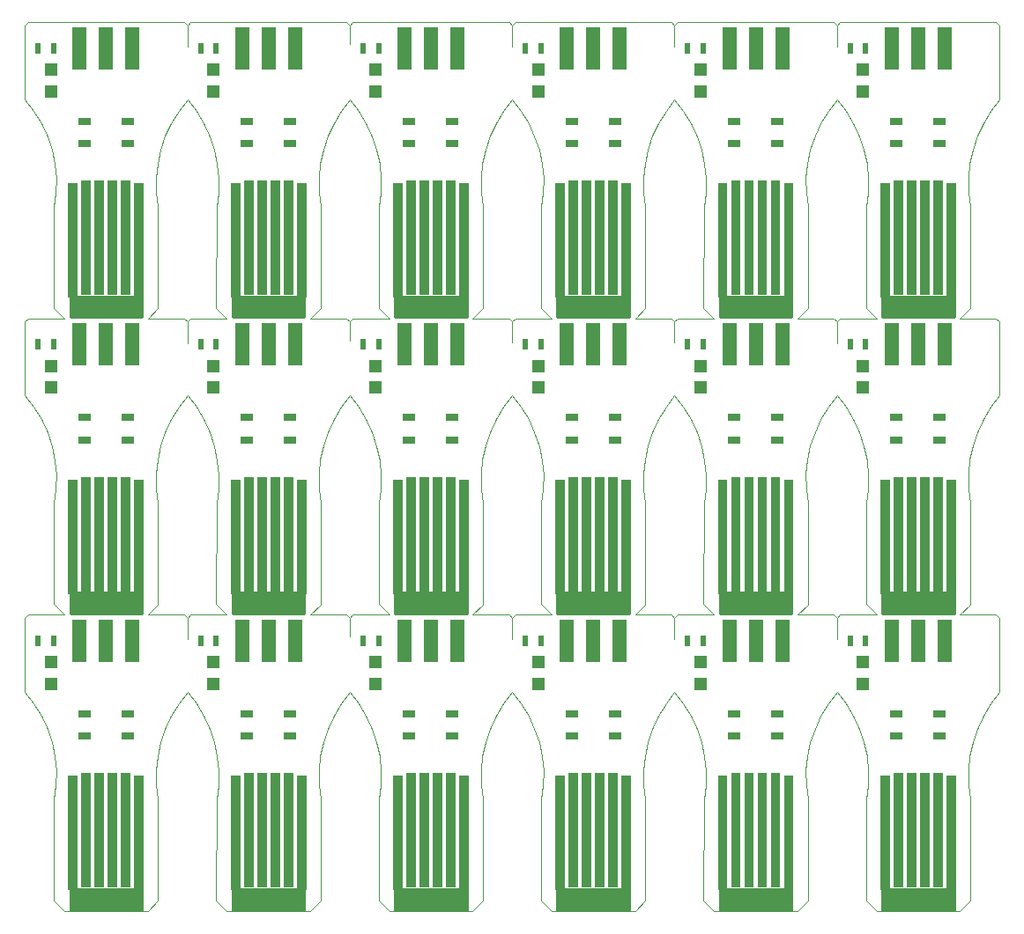
<source format=gbr>
%TF.GenerationSoftware,KiCad,Pcbnew,5.1.6-c6e7f7d~86~ubuntu18.04.1*%
%TF.CreationDate,2020-06-11T11:49:16+02:00*%
%TF.ProjectId,AVR_ISP_With_POGO_Pin_panelized,4156525f-4953-4505-9f57-6974685f504f,rev?*%
%TF.SameCoordinates,Original*%
%TF.FileFunction,Soldermask,Top*%
%TF.FilePolarity,Negative*%
%FSLAX46Y46*%
G04 Gerber Fmt 4.6, Leading zero omitted, Abs format (unit mm)*
G04 Created by KiCad (PCBNEW 5.1.6-c6e7f7d~86~ubuntu18.04.1) date 2020-06-11 11:49:16*
%MOMM*%
%LPD*%
G01*
G04 APERTURE LIST*
%TA.AperFunction,Profile*%
%ADD10C,0.100000*%
%TD*%
%ADD11R,0.304800X11.000000*%
%ADD12R,0.404800X11.100000*%
%ADD13R,1.400000X4.100000*%
%ADD14R,1.150000X0.750000*%
%ADD15R,0.600000X1.000000*%
%ADD16R,1.298880X1.298880*%
%ADD17C,0.254000*%
G04 APERTURE END LIST*
D10*
X65601000Y-78789900D02*
X65601800Y-80846800D01*
X65300500Y-78499200D02*
X65601000Y-78789900D01*
X61802400Y-78499000D02*
X65300500Y-78499200D01*
X62801000Y-77500100D02*
X61802400Y-78499000D01*
X62801000Y-67700000D02*
X62801000Y-77500100D01*
X62632800Y-66331600D02*
X62801000Y-67700000D01*
X62617000Y-64953100D02*
X62632800Y-66331600D01*
X62753800Y-63581400D02*
X62617000Y-64953100D01*
X63041500Y-62233100D02*
X62753800Y-63581400D01*
X63476400Y-60925000D02*
X63041500Y-62233100D01*
X64053500Y-59673000D02*
X63476400Y-60925000D01*
X64765400Y-58492600D02*
X64053500Y-59673000D01*
X65601800Y-57400300D02*
X64765400Y-58492600D01*
X66446300Y-58498900D02*
X65601800Y-57400300D01*
X67162800Y-59684300D02*
X66446300Y-58498900D01*
X67742800Y-60942300D02*
X67162800Y-59684300D01*
X68178900Y-62257000D02*
X67742800Y-60942300D01*
X68465800Y-63612200D02*
X68178900Y-62257000D01*
X68599800Y-64990900D02*
X68465800Y-63612200D01*
X68579300Y-66376000D02*
X68599800Y-64990900D01*
X68404500Y-67750300D02*
X68579300Y-66376000D01*
X68381800Y-77480100D02*
X68404500Y-67750300D01*
X69400400Y-78499000D02*
X68381800Y-77480100D01*
X65902200Y-78499200D02*
X69400400Y-78499000D01*
X65601800Y-78799900D02*
X65902200Y-78499200D01*
X65601800Y-80846800D02*
X65601800Y-78799900D01*
X81203800Y-78789900D02*
X81204500Y-80606800D01*
X80903300Y-78499100D02*
X81203800Y-78789900D01*
X77405200Y-78499000D02*
X80903300Y-78499100D01*
X78403800Y-77500100D02*
X77405200Y-78499000D01*
X78403800Y-67700000D02*
X78403800Y-77500100D01*
X78235600Y-66331600D02*
X78403800Y-67700000D01*
X78219800Y-64953100D02*
X78235600Y-66331600D01*
X78356600Y-63581400D02*
X78219800Y-64953100D01*
X78644200Y-62233100D02*
X78356600Y-63581400D01*
X79079200Y-60925000D02*
X78644200Y-62233100D01*
X79656200Y-59673000D02*
X79079200Y-60925000D01*
X80368200Y-58492600D02*
X79656200Y-59673000D01*
X81204600Y-57400300D02*
X80368200Y-58492600D01*
X82049000Y-58498900D02*
X81204600Y-57400300D01*
X82765600Y-59684300D02*
X82049000Y-58498900D01*
X83345600Y-60942300D02*
X82765600Y-59684300D01*
X83781700Y-62257000D02*
X83345600Y-60942300D01*
X84068600Y-63612200D02*
X83781700Y-62257000D01*
X84202600Y-64990900D02*
X84068600Y-63612200D01*
X84182100Y-66376000D02*
X84202600Y-64990900D01*
X84007300Y-67750300D02*
X84182100Y-66376000D01*
X83984500Y-77480100D02*
X84007300Y-67750300D01*
X85003100Y-78499000D02*
X83984500Y-77480100D01*
X81505000Y-78499100D02*
X85003100Y-78499000D01*
X81204500Y-78799900D02*
X81505000Y-78499100D01*
X81204500Y-80606800D02*
X81204500Y-78799900D01*
X96806500Y-78789900D02*
X96807300Y-80811700D01*
X96506000Y-78499200D02*
X96806500Y-78789900D01*
X93007900Y-78499000D02*
X96506000Y-78499200D01*
X94006500Y-77500100D02*
X93007900Y-78499000D01*
X94006500Y-67700000D02*
X94006500Y-77500100D01*
X93838400Y-66331600D02*
X94006500Y-67700000D01*
X93822600Y-64953100D02*
X93838400Y-66331600D01*
X93959400Y-63581400D02*
X93822600Y-64953100D01*
X94247000Y-62233100D02*
X93959400Y-63581400D01*
X94682000Y-60925000D02*
X94247000Y-62233100D01*
X95259000Y-59673000D02*
X94682000Y-60925000D01*
X95970900Y-58492600D02*
X95259000Y-59673000D01*
X96807300Y-57400300D02*
X95970900Y-58492600D01*
X97651800Y-58498900D02*
X96807300Y-57400300D01*
X98368400Y-59684300D02*
X97651800Y-58498900D01*
X98948300Y-60942300D02*
X98368400Y-59684300D01*
X99384500Y-62257000D02*
X98948300Y-60942300D01*
X99671300Y-63612200D02*
X99384500Y-62257000D01*
X99805300Y-64990900D02*
X99671300Y-63612200D01*
X99784800Y-66376000D02*
X99805300Y-64990900D01*
X99610000Y-67750300D02*
X99784800Y-66376000D01*
X99587300Y-77480100D02*
X99610000Y-67750300D01*
X100605900Y-78499000D02*
X99587300Y-77480100D01*
X97107700Y-78499200D02*
X100605900Y-78499000D01*
X96807300Y-78799900D02*
X97107700Y-78499200D01*
X96807300Y-80811700D02*
X96807300Y-78799900D01*
X112409300Y-78789900D02*
X112410100Y-80830600D01*
X112108800Y-78499200D02*
X112409300Y-78789900D01*
X108610700Y-78499000D02*
X112108800Y-78499200D01*
X109609300Y-77500100D02*
X108610700Y-78499000D01*
X109609300Y-67700000D02*
X109609300Y-77500100D01*
X109441200Y-66331600D02*
X109609300Y-67700000D01*
X109425400Y-64953100D02*
X109441200Y-66331600D01*
X109562100Y-63581400D02*
X109425400Y-64953100D01*
X109849800Y-62233100D02*
X109562100Y-63581400D01*
X110284800Y-60925000D02*
X109849800Y-62233100D01*
X110861800Y-59673000D02*
X110284800Y-60925000D01*
X111573700Y-58492600D02*
X110861800Y-59673000D01*
X112410100Y-57400300D02*
X111573700Y-58492600D01*
X113254600Y-58498900D02*
X112410100Y-57400300D01*
X113971200Y-59684300D02*
X113254600Y-58498900D01*
X114551100Y-60942300D02*
X113971200Y-59684300D01*
X114987300Y-62257000D02*
X114551100Y-60942300D01*
X115274100Y-63612200D02*
X114987300Y-62257000D01*
X115408100Y-64990900D02*
X115274100Y-63612200D01*
X115387600Y-66376000D02*
X115408100Y-64990900D01*
X115212800Y-67750300D02*
X115387600Y-66376000D01*
X115190100Y-77480100D02*
X115212800Y-67750300D01*
X116208700Y-78499000D02*
X115190100Y-77480100D01*
X112710500Y-78499200D02*
X116208700Y-78499000D01*
X112410100Y-78799900D02*
X112710500Y-78499200D01*
X112410100Y-80830600D02*
X112410100Y-78799900D01*
X128012100Y-78789900D02*
X128012900Y-80849800D01*
X127711600Y-78499200D02*
X128012100Y-78789900D01*
X124213500Y-78499000D02*
X127711600Y-78499200D01*
X125212100Y-77500100D02*
X124213500Y-78499000D01*
X125212100Y-67700000D02*
X125212100Y-77500100D01*
X125043900Y-66331600D02*
X125212100Y-67700000D01*
X125028100Y-64953100D02*
X125043900Y-66331600D01*
X125164900Y-63581400D02*
X125028100Y-64953100D01*
X125452500Y-62233100D02*
X125164900Y-63581400D01*
X125887500Y-60925000D02*
X125452500Y-62233100D01*
X126464500Y-59673000D02*
X125887500Y-60925000D01*
X127176500Y-58492600D02*
X126464500Y-59673000D01*
X128012900Y-57400300D02*
X127176500Y-58492600D01*
X128857400Y-58498900D02*
X128012900Y-57400300D01*
X129573900Y-59684300D02*
X128857400Y-58498900D01*
X130153900Y-60942300D02*
X129573900Y-59684300D01*
X130590000Y-62257000D02*
X130153900Y-60942300D01*
X130876900Y-63612200D02*
X130590000Y-62257000D01*
X131010900Y-64990900D02*
X130876900Y-63612200D01*
X130990400Y-66376000D02*
X131010900Y-64990900D01*
X130815600Y-67750300D02*
X130990400Y-66376000D01*
X130792900Y-77480100D02*
X130815600Y-67750300D01*
X131811500Y-78499000D02*
X130792900Y-77480100D01*
X128313300Y-78499200D02*
X131811500Y-78499000D01*
X128012900Y-78799900D02*
X128313300Y-78499200D01*
X128012900Y-80849800D02*
X128012900Y-78799900D01*
X65601000Y-107289900D02*
X65601800Y-109346900D01*
X65300500Y-106999200D02*
X65601000Y-107289900D01*
X61802400Y-106999000D02*
X65300500Y-106999200D01*
X62801000Y-106000100D02*
X61802400Y-106999000D01*
X62801000Y-96200000D02*
X62801000Y-106000100D01*
X62632800Y-94831600D02*
X62801000Y-96200000D01*
X62617000Y-93453100D02*
X62632800Y-94831600D01*
X62753800Y-92081400D02*
X62617000Y-93453100D01*
X63041500Y-90733200D02*
X62753800Y-92081400D01*
X63476400Y-89425000D02*
X63041500Y-90733200D01*
X64053500Y-88173100D02*
X63476400Y-89425000D01*
X64765400Y-86992600D02*
X64053500Y-88173100D01*
X65601800Y-85900300D02*
X64765400Y-86992600D01*
X66446300Y-86998900D02*
X65601800Y-85900300D01*
X67162800Y-88184300D02*
X66446300Y-86998900D01*
X67742800Y-89442300D02*
X67162800Y-88184300D01*
X68178900Y-90757000D02*
X67742800Y-89442300D01*
X68465800Y-92112200D02*
X68178900Y-90757000D01*
X68599800Y-93490900D02*
X68465800Y-92112200D01*
X68579300Y-94876000D02*
X68599800Y-93490900D01*
X68404500Y-96250300D02*
X68579300Y-94876000D01*
X68381800Y-105980100D02*
X68404500Y-96250300D01*
X69400400Y-106999000D02*
X68381800Y-105980100D01*
X65902200Y-106999200D02*
X69400400Y-106999000D01*
X65601800Y-107299900D02*
X65902200Y-106999200D01*
X65601800Y-109346900D02*
X65601800Y-107299900D01*
X81203800Y-107289900D02*
X81204500Y-109106800D01*
X80903300Y-106999100D02*
X81203800Y-107289900D01*
X77405200Y-106999000D02*
X80903300Y-106999100D01*
X78403800Y-106000100D02*
X77405200Y-106999000D01*
X78403800Y-96200000D02*
X78403800Y-106000100D01*
X78235600Y-94831600D02*
X78403800Y-96200000D01*
X78219800Y-93453100D02*
X78235600Y-94831600D01*
X78356600Y-92081400D02*
X78219800Y-93453100D01*
X78644200Y-90733200D02*
X78356600Y-92081400D01*
X79079200Y-89425000D02*
X78644200Y-90733200D01*
X79656200Y-88173100D02*
X79079200Y-89425000D01*
X80368200Y-86992600D02*
X79656200Y-88173100D01*
X81204600Y-85900300D02*
X80368200Y-86992600D01*
X82049000Y-86998900D02*
X81204600Y-85900300D01*
X82765600Y-88184300D02*
X82049000Y-86998900D01*
X83345600Y-89442300D02*
X82765600Y-88184300D01*
X83781700Y-90757000D02*
X83345600Y-89442300D01*
X84068600Y-92112200D02*
X83781700Y-90757000D01*
X84202600Y-93490900D02*
X84068600Y-92112200D01*
X84182100Y-94876000D02*
X84202600Y-93490900D01*
X84007300Y-96250300D02*
X84182100Y-94876000D01*
X83984500Y-105980100D02*
X84007300Y-96250300D01*
X85003100Y-106999000D02*
X83984500Y-105980100D01*
X81505000Y-106999100D02*
X85003100Y-106999000D01*
X81204500Y-107299900D02*
X81505000Y-106999100D01*
X81204500Y-109106800D02*
X81204500Y-107299900D01*
X96806500Y-107289900D02*
X96807300Y-109311700D01*
X96506000Y-106999200D02*
X96806500Y-107289900D01*
X93007900Y-106999000D02*
X96506000Y-106999200D01*
X94006500Y-106000100D02*
X93007900Y-106999000D01*
X94006500Y-96200000D02*
X94006500Y-106000100D01*
X93838400Y-94831600D02*
X94006500Y-96200000D01*
X93822600Y-93453100D02*
X93838400Y-94831600D01*
X93959400Y-92081400D02*
X93822600Y-93453100D01*
X94247000Y-90733200D02*
X93959400Y-92081400D01*
X94682000Y-89425000D02*
X94247000Y-90733200D01*
X95259000Y-88173100D02*
X94682000Y-89425000D01*
X95970900Y-86992600D02*
X95259000Y-88173100D01*
X96807400Y-85900300D02*
X95970900Y-86992600D01*
X97651800Y-86998900D02*
X96807400Y-85900300D01*
X98368400Y-88184300D02*
X97651800Y-86998900D01*
X98948300Y-89442300D02*
X98368400Y-88184300D01*
X99384500Y-90757000D02*
X98948300Y-89442300D01*
X99671300Y-92112200D02*
X99384500Y-90757000D01*
X99805300Y-93490900D02*
X99671300Y-92112200D01*
X99784800Y-94876000D02*
X99805300Y-93490900D01*
X99610000Y-96250300D02*
X99784800Y-94876000D01*
X99587300Y-105980100D02*
X99610000Y-96250300D01*
X100605900Y-106999000D02*
X99587300Y-105980100D01*
X97107700Y-106999200D02*
X100605900Y-106999000D01*
X96807300Y-107299900D02*
X97107700Y-106999200D01*
X96807300Y-109311700D02*
X96807300Y-107299900D01*
X112409300Y-107289900D02*
X112410100Y-109330600D01*
X112108800Y-106999200D02*
X112409300Y-107289900D01*
X108610700Y-106999000D02*
X112108800Y-106999200D01*
X109609300Y-106000100D02*
X108610700Y-106999000D01*
X109609300Y-96200000D02*
X109609300Y-106000100D01*
X109441200Y-94831600D02*
X109609300Y-96200000D01*
X109425400Y-93453100D02*
X109441200Y-94831600D01*
X109562100Y-92081400D02*
X109425400Y-93453100D01*
X109849800Y-90733200D02*
X109562100Y-92081400D01*
X110284800Y-89425000D02*
X109849800Y-90733200D01*
X110861800Y-88173100D02*
X110284800Y-89425000D01*
X111573700Y-86992600D02*
X110861800Y-88173100D01*
X112410100Y-85900300D02*
X111573700Y-86992600D01*
X113254600Y-86998900D02*
X112410100Y-85900300D01*
X113971200Y-88184300D02*
X113254600Y-86998900D01*
X114551100Y-89442300D02*
X113971200Y-88184300D01*
X114987300Y-90757000D02*
X114551100Y-89442300D01*
X115274100Y-92112200D02*
X114987300Y-90757000D01*
X115408100Y-93490900D02*
X115274100Y-92112200D01*
X115387600Y-94876000D02*
X115408100Y-93490900D01*
X115212800Y-96250300D02*
X115387600Y-94876000D01*
X115190100Y-105980100D02*
X115212800Y-96250300D01*
X116208700Y-106999000D02*
X115190100Y-105980100D01*
X112710500Y-106999200D02*
X116208700Y-106999000D01*
X112410100Y-107299900D02*
X112710500Y-106999200D01*
X112410100Y-109330600D02*
X112410100Y-107299900D01*
X128012100Y-107289900D02*
X128012900Y-109349800D01*
X127711600Y-106999200D02*
X128012100Y-107289900D01*
X124213500Y-106999000D02*
X127711600Y-106999200D01*
X125212100Y-106000100D02*
X124213500Y-106999000D01*
X125212100Y-96200000D02*
X125212100Y-106000100D01*
X125043900Y-94831600D02*
X125212100Y-96200000D01*
X125028100Y-93453100D02*
X125043900Y-94831600D01*
X125164900Y-92081400D02*
X125028100Y-93453100D01*
X125452500Y-90733200D02*
X125164900Y-92081400D01*
X125887500Y-89425000D02*
X125452500Y-90733200D01*
X126464500Y-88173100D02*
X125887500Y-89425000D01*
X127176500Y-86992600D02*
X126464500Y-88173100D01*
X128012900Y-85900300D02*
X127176500Y-86992600D01*
X128857400Y-86998900D02*
X128012900Y-85900300D01*
X129573900Y-88184300D02*
X128857400Y-86998900D01*
X130153900Y-89442300D02*
X129573900Y-88184300D01*
X130590000Y-90757000D02*
X130153900Y-89442300D01*
X130876900Y-92112200D02*
X130590000Y-90757000D01*
X131010900Y-93490900D02*
X130876900Y-92112200D01*
X130990400Y-94876000D02*
X131010900Y-93490900D01*
X130815600Y-96250300D02*
X130990400Y-94876000D01*
X130792900Y-105980100D02*
X130815600Y-96250300D01*
X131811500Y-106999000D02*
X130792900Y-105980100D01*
X128313300Y-106999200D02*
X131811500Y-106999000D01*
X128012900Y-107299900D02*
X128313300Y-106999200D01*
X128012900Y-109349800D02*
X128012900Y-107299900D01*
X140814900Y-106000100D02*
X139816300Y-106999000D01*
X140814900Y-96200000D02*
X140814900Y-106000100D01*
X140646700Y-94831600D02*
X140814900Y-96200000D01*
X140630900Y-93453100D02*
X140646700Y-94831600D01*
X140767700Y-92081400D02*
X140630900Y-93453100D01*
X141055300Y-90733200D02*
X140767700Y-92081400D01*
X141490300Y-89425000D02*
X141055300Y-90733200D01*
X142067300Y-88173100D02*
X141490300Y-89425000D01*
X142779300Y-86992600D02*
X142067300Y-88173100D01*
X143617600Y-85897500D02*
X142779300Y-86992600D01*
X143614800Y-78789500D02*
X143617600Y-85897500D01*
X143314000Y-78499000D02*
X143614800Y-78789500D01*
X139816300Y-78499000D02*
X143314000Y-78499000D01*
X140814900Y-77500100D02*
X139816300Y-78499000D01*
X140814900Y-67700000D02*
X140814900Y-77500100D01*
X140646700Y-66331600D02*
X140814900Y-67700000D01*
X140630900Y-64953100D02*
X140646700Y-66331600D01*
X140767700Y-63581400D02*
X140630900Y-64953100D01*
X141055300Y-62233100D02*
X140767700Y-63581400D01*
X141490300Y-60925000D02*
X141055300Y-62233100D01*
X142067300Y-59673000D02*
X141490300Y-60925000D01*
X142779300Y-58492600D02*
X142067300Y-59673000D01*
X143617600Y-57397500D02*
X142779300Y-58492600D01*
X143614900Y-50290000D02*
X143617600Y-57397500D01*
X143314400Y-49999200D02*
X143614900Y-50290000D01*
X128313700Y-49999000D02*
X143314400Y-49999200D01*
X128012900Y-50299900D02*
X128313700Y-49999000D01*
X128012900Y-52349800D02*
X128012900Y-50299900D01*
X128012100Y-50289900D02*
X128012900Y-52349800D01*
X127711100Y-49999000D02*
X128012100Y-50289900D01*
X112710900Y-49999000D02*
X127711100Y-49999000D01*
X112410100Y-50299900D02*
X112710900Y-49999000D01*
X112410100Y-52330600D02*
X112410100Y-50299900D01*
X112409300Y-50289900D02*
X112410100Y-52330600D01*
X112108300Y-49999000D02*
X112409300Y-50289900D01*
X97108100Y-49999000D02*
X112108300Y-49999000D01*
X96807300Y-50299900D02*
X97108100Y-49999000D01*
X96807300Y-52311700D02*
X96807300Y-50299900D01*
X96806500Y-50289900D02*
X96807300Y-52311700D01*
X96505500Y-49999000D02*
X96806500Y-50289900D01*
X81505400Y-49999000D02*
X96505500Y-49999000D01*
X81204500Y-50299900D02*
X81505400Y-49999000D01*
X81204500Y-52106800D02*
X81204500Y-50299900D01*
X81203800Y-50289900D02*
X81204500Y-52106800D01*
X80902900Y-49999000D02*
X81203800Y-50289900D01*
X65902700Y-49999000D02*
X80902900Y-49999000D01*
X65601800Y-50299900D02*
X65902700Y-49999000D01*
X65601800Y-52346800D02*
X65601800Y-50299900D01*
X65601000Y-50289900D02*
X65601800Y-52346800D01*
X65300100Y-49999000D02*
X65601000Y-50289900D01*
X50300000Y-49999000D02*
X65300100Y-49999000D01*
X49999200Y-50299400D02*
X50300000Y-49999000D01*
X49999000Y-57400200D02*
X49999200Y-50299400D01*
X50843500Y-58498900D02*
X49999000Y-57400200D01*
X51560100Y-59684300D02*
X50843500Y-58498900D01*
X52140000Y-60942300D02*
X51560100Y-59684300D01*
X52576200Y-62257000D02*
X52140000Y-60942300D01*
X52863000Y-63612200D02*
X52576200Y-62257000D01*
X52997000Y-64990900D02*
X52863000Y-63612200D01*
X52976500Y-66376000D02*
X52997000Y-64990900D01*
X52801700Y-67750300D02*
X52976500Y-66376000D01*
X52779000Y-77480100D02*
X52801700Y-67750300D01*
X53797600Y-78499000D02*
X52779000Y-77480100D01*
X50299900Y-78499000D02*
X53797600Y-78499000D01*
X49999100Y-78799500D02*
X50299900Y-78499000D01*
X49999000Y-85900100D02*
X49999100Y-78799500D01*
X50843500Y-86998900D02*
X49999000Y-85900100D01*
X51560100Y-88184300D02*
X50843500Y-86998900D01*
X52140000Y-89442300D02*
X51560100Y-88184300D01*
X52576200Y-90757000D02*
X52140000Y-89442300D01*
X52863000Y-92112200D02*
X52576200Y-90757000D01*
X52997000Y-93490900D02*
X52863000Y-92112200D01*
X52976500Y-94876000D02*
X52997000Y-93490900D01*
X52801700Y-96250300D02*
X52976500Y-94876000D01*
X52779000Y-105980100D02*
X52801700Y-96250300D01*
X53797600Y-106999000D02*
X52779000Y-105980100D01*
X50299900Y-106999000D02*
X53797600Y-106999000D01*
X49999100Y-107299500D02*
X50299900Y-106999000D01*
X49999000Y-114400000D02*
X49999100Y-107299500D01*
X50843500Y-115498900D02*
X49999000Y-114400000D01*
X51560100Y-116684300D02*
X50843500Y-115498900D01*
X52140000Y-117942300D02*
X51560100Y-116684300D01*
X52576200Y-119257100D02*
X52140000Y-117942300D01*
X52863000Y-120612200D02*
X52576200Y-119257100D01*
X52997000Y-121990900D02*
X52863000Y-120612200D01*
X52976500Y-123376000D02*
X52997000Y-121990900D01*
X52801700Y-124750300D02*
X52976500Y-123376000D01*
X52779000Y-134480100D02*
X52801700Y-124750300D01*
X53799400Y-135500800D02*
X52779000Y-134480100D01*
X61800100Y-135501000D02*
X53799400Y-135500800D01*
X62800900Y-134500500D02*
X61800100Y-135501000D01*
X62801000Y-124700000D02*
X62800900Y-134500500D01*
X62632800Y-123331600D02*
X62801000Y-124700000D01*
X62617000Y-121953100D02*
X62632800Y-123331600D01*
X62753800Y-120581400D02*
X62617000Y-121953100D01*
X63041500Y-119233200D02*
X62753800Y-120581400D01*
X63476400Y-117925000D02*
X63041500Y-119233200D01*
X64053500Y-116673100D02*
X63476400Y-117925000D01*
X64765400Y-115492600D02*
X64053500Y-116673100D01*
X65601800Y-114400300D02*
X64765400Y-115492600D01*
X66446300Y-115498900D02*
X65601800Y-114400300D01*
X67162800Y-116684300D02*
X66446300Y-115498900D01*
X67742800Y-117942300D02*
X67162800Y-116684300D01*
X68178900Y-119257100D02*
X67742800Y-117942300D01*
X68465800Y-120612200D02*
X68178900Y-119257100D01*
X68599800Y-121990900D02*
X68465800Y-120612200D01*
X68579300Y-123376000D02*
X68599800Y-121990900D01*
X68404500Y-124750300D02*
X68579300Y-123376000D01*
X68381800Y-134480100D02*
X68404500Y-124750300D01*
X69402200Y-135500800D02*
X68381800Y-134480100D01*
X77402900Y-135501000D02*
X69402200Y-135500800D01*
X78403700Y-134500500D02*
X77402900Y-135501000D01*
X78403800Y-124700000D02*
X78403700Y-134500500D01*
X78235600Y-123331600D02*
X78403800Y-124700000D01*
X78219800Y-121953100D02*
X78235600Y-123331600D01*
X78356600Y-120581400D02*
X78219800Y-121953100D01*
X78644200Y-119233200D02*
X78356600Y-120581400D01*
X79079200Y-117925000D02*
X78644200Y-119233200D01*
X79656200Y-116673100D02*
X79079200Y-117925000D01*
X80368200Y-115492600D02*
X79656200Y-116673100D01*
X81204600Y-114400300D02*
X80368200Y-115492600D01*
X82049000Y-115498900D02*
X81204600Y-114400300D01*
X82765600Y-116684300D02*
X82049000Y-115498900D01*
X83345600Y-117942300D02*
X82765600Y-116684300D01*
X83781700Y-119257100D02*
X83345600Y-117942300D01*
X84068600Y-120612200D02*
X83781700Y-119257100D01*
X84202600Y-121990900D02*
X84068600Y-120612200D01*
X84182100Y-123376000D02*
X84202600Y-121990900D01*
X84007300Y-124750300D02*
X84182100Y-123376000D01*
X83984600Y-134480500D02*
X84007300Y-124750300D01*
X85005400Y-135501000D02*
X83984600Y-134480500D01*
X93006000Y-135500900D02*
X85005400Y-135501000D01*
X94006500Y-134500100D02*
X93006000Y-135500900D01*
X94006500Y-124700000D02*
X94006500Y-134500100D01*
X93838400Y-123331600D02*
X94006500Y-124700000D01*
X93822600Y-121953100D02*
X93838400Y-123331600D01*
X93959400Y-120581400D02*
X93822600Y-121953100D01*
X94247000Y-119233200D02*
X93959400Y-120581400D01*
X94682000Y-117925000D02*
X94247000Y-119233200D01*
X95259000Y-116673100D02*
X94682000Y-117925000D01*
X95970900Y-115492600D02*
X95259000Y-116673100D01*
X96807400Y-114400300D02*
X95970900Y-115492600D01*
X97651800Y-115498900D02*
X96807400Y-114400300D01*
X98368400Y-116684300D02*
X97651800Y-115498900D01*
X98948300Y-117942300D02*
X98368400Y-116684300D01*
X99384500Y-119257100D02*
X98948300Y-117942300D01*
X99671300Y-120612200D02*
X99384500Y-119257100D01*
X99805300Y-121990900D02*
X99671300Y-120612200D01*
X99784800Y-123376000D02*
X99805300Y-121990900D01*
X99610000Y-124750300D02*
X99784800Y-123376000D01*
X99587400Y-134480500D02*
X99610000Y-124750300D01*
X100608200Y-135501000D02*
X99587400Y-134480500D01*
X108608700Y-135500900D02*
X100608200Y-135501000D01*
X109609300Y-134500100D02*
X108608700Y-135500900D01*
X109609300Y-124700000D02*
X109609300Y-134500100D01*
X109441200Y-123331600D02*
X109609300Y-124700000D01*
X109425400Y-121953100D02*
X109441200Y-123331600D01*
X109562100Y-120581400D02*
X109425400Y-121953100D01*
X109849800Y-119233200D02*
X109562100Y-120581400D01*
X110284800Y-117925000D02*
X109849800Y-119233200D01*
X110861800Y-116673100D02*
X110284800Y-117925000D01*
X111573700Y-115492600D02*
X110861800Y-116673100D01*
X112410100Y-114400300D02*
X111573700Y-115492600D01*
X113254600Y-115498900D02*
X112410100Y-114400300D01*
X113971200Y-116684300D02*
X113254600Y-115498900D01*
X114551100Y-117942300D02*
X113971200Y-116684300D01*
X114987300Y-119257100D02*
X114551100Y-117942300D01*
X115274100Y-120612200D02*
X114987300Y-119257100D01*
X115408100Y-121990900D02*
X115274100Y-120612200D01*
X115387600Y-123376000D02*
X115408100Y-121990900D01*
X115212800Y-124750300D02*
X115387600Y-123376000D01*
X115190200Y-134480500D02*
X115212800Y-124750300D01*
X116211000Y-135501000D02*
X115190200Y-134480500D01*
X124211400Y-135501000D02*
X116211000Y-135501000D01*
X125212100Y-134500100D02*
X124211400Y-135501000D01*
X125212100Y-124700000D02*
X125212100Y-134500100D01*
X125043900Y-123331600D02*
X125212100Y-124700000D01*
X125028100Y-121953100D02*
X125043900Y-123331600D01*
X125164900Y-120581400D02*
X125028100Y-121953100D01*
X125452500Y-119233200D02*
X125164900Y-120581400D01*
X125887500Y-117925000D02*
X125452500Y-119233200D01*
X126464500Y-116673100D02*
X125887500Y-117925000D01*
X127176500Y-115492600D02*
X126464500Y-116673100D01*
X128012900Y-114400300D02*
X127176500Y-115492600D01*
X128857400Y-115498900D02*
X128012900Y-114400300D01*
X129573900Y-116684300D02*
X128857400Y-115498900D01*
X130153900Y-117942300D02*
X129573900Y-116684300D01*
X130590000Y-119257100D02*
X130153900Y-117942300D01*
X130876900Y-120612200D02*
X130590000Y-119257100D01*
X131010900Y-121990900D02*
X130876900Y-120612200D01*
X130990400Y-123376000D02*
X131010900Y-121990900D01*
X130815600Y-124750300D02*
X130990400Y-123376000D01*
X130793000Y-134480500D02*
X130815600Y-124750300D01*
X131813800Y-135501000D02*
X130793000Y-134480500D01*
X139814200Y-135501000D02*
X131813800Y-135501000D01*
X140814900Y-134500100D02*
X139814200Y-135501000D01*
X140814900Y-124700000D02*
X140814900Y-134500100D01*
X140646700Y-123331600D02*
X140814900Y-124700000D01*
X140630900Y-121953100D02*
X140646700Y-123331600D01*
X140767700Y-120581400D02*
X140630900Y-121953100D01*
X141055300Y-119233200D02*
X140767700Y-120581400D01*
X141490300Y-117925000D02*
X141055300Y-119233200D01*
X142067300Y-116673100D02*
X141490300Y-117925000D01*
X142779300Y-115492600D02*
X142067300Y-116673100D01*
X143617600Y-114397400D02*
X142779300Y-115492600D01*
X143614800Y-107289500D02*
X143617600Y-114397400D01*
X143314000Y-106999000D02*
X143614800Y-107289500D01*
X139816300Y-106999000D02*
X143314000Y-106999000D01*
D11*
%TO.C,P2*%
X132638871Y-127979427D03*
X133908871Y-127725427D03*
X135178871Y-127725427D03*
X136448871Y-127725427D03*
X137718871Y-127725427D03*
X138988871Y-127979427D03*
D12*
X132346771Y-127979427D03*
X133616771Y-127725427D03*
X134886771Y-127725427D03*
X136156771Y-127725427D03*
X137426771Y-127725427D03*
X132930971Y-127979427D03*
X134200971Y-127725427D03*
X135470971Y-127725427D03*
X136740971Y-127725427D03*
X138010971Y-127725427D03*
X138696771Y-127979427D03*
X139280971Y-127979427D03*
%TD*%
D13*
%TO.C,P1*%
X138353871Y-109500027D03*
X135813871Y-109500027D03*
X133273871Y-109500027D03*
%TD*%
D14*
%TO.C,S1*%
X137888871Y-118675027D03*
X133738871Y-118675027D03*
X137888871Y-116525027D03*
X133738871Y-116525027D03*
%TD*%
D15*
%TO.C,R1*%
X129283871Y-109500027D03*
X130783871Y-109500027D03*
%TD*%
D16*
%TO.C,D1*%
X130513871Y-113649047D03*
X130513871Y-111551007D03*
%TD*%
D11*
%TO.C,P2*%
X117036097Y-127979427D03*
X118306097Y-127725427D03*
X119576097Y-127725427D03*
X120846097Y-127725427D03*
X122116097Y-127725427D03*
X123386097Y-127979427D03*
D12*
X116743997Y-127979427D03*
X118013997Y-127725427D03*
X119283997Y-127725427D03*
X120553997Y-127725427D03*
X121823997Y-127725427D03*
X117328197Y-127979427D03*
X118598197Y-127725427D03*
X119868197Y-127725427D03*
X121138197Y-127725427D03*
X122408197Y-127725427D03*
X123093997Y-127979427D03*
X123678197Y-127979427D03*
%TD*%
D13*
%TO.C,P1*%
X122751097Y-109500027D03*
X120211097Y-109500027D03*
X117671097Y-109500027D03*
%TD*%
D14*
%TO.C,S1*%
X122286097Y-118675027D03*
X118136097Y-118675027D03*
X122286097Y-116525027D03*
X118136097Y-116525027D03*
%TD*%
D15*
%TO.C,R1*%
X113681097Y-109500027D03*
X115181097Y-109500027D03*
%TD*%
D16*
%TO.C,D1*%
X114911097Y-113649047D03*
X114911097Y-111551007D03*
%TD*%
D11*
%TO.C,P2*%
X101433323Y-127979427D03*
X102703323Y-127725427D03*
X103973323Y-127725427D03*
X105243323Y-127725427D03*
X106513323Y-127725427D03*
X107783323Y-127979427D03*
D12*
X101141223Y-127979427D03*
X102411223Y-127725427D03*
X103681223Y-127725427D03*
X104951223Y-127725427D03*
X106221223Y-127725427D03*
X101725423Y-127979427D03*
X102995423Y-127725427D03*
X104265423Y-127725427D03*
X105535423Y-127725427D03*
X106805423Y-127725427D03*
X107491223Y-127979427D03*
X108075423Y-127979427D03*
%TD*%
D13*
%TO.C,P1*%
X107148323Y-109500027D03*
X104608323Y-109500027D03*
X102068323Y-109500027D03*
%TD*%
D14*
%TO.C,S1*%
X106683323Y-118675027D03*
X102533323Y-118675027D03*
X106683323Y-116525027D03*
X102533323Y-116525027D03*
%TD*%
D15*
%TO.C,R1*%
X98078323Y-109500027D03*
X99578323Y-109500027D03*
%TD*%
D16*
%TO.C,D1*%
X99308323Y-113649047D03*
X99308323Y-111551007D03*
%TD*%
D11*
%TO.C,P2*%
X85830549Y-127979427D03*
X87100549Y-127725427D03*
X88370549Y-127725427D03*
X89640549Y-127725427D03*
X90910549Y-127725427D03*
X92180549Y-127979427D03*
D12*
X85538449Y-127979427D03*
X86808449Y-127725427D03*
X88078449Y-127725427D03*
X89348449Y-127725427D03*
X90618449Y-127725427D03*
X86122649Y-127979427D03*
X87392649Y-127725427D03*
X88662649Y-127725427D03*
X89932649Y-127725427D03*
X91202649Y-127725427D03*
X91888449Y-127979427D03*
X92472649Y-127979427D03*
%TD*%
D13*
%TO.C,P1*%
X91545549Y-109500027D03*
X89005549Y-109500027D03*
X86465549Y-109500027D03*
%TD*%
D14*
%TO.C,S1*%
X91080549Y-118675027D03*
X86930549Y-118675027D03*
X91080549Y-116525027D03*
X86930549Y-116525027D03*
%TD*%
D15*
%TO.C,R1*%
X82475549Y-109500027D03*
X83975549Y-109500027D03*
%TD*%
D16*
%TO.C,D1*%
X83705549Y-113649047D03*
X83705549Y-111551007D03*
%TD*%
D11*
%TO.C,P2*%
X70227775Y-127979427D03*
X71497775Y-127725427D03*
X72767775Y-127725427D03*
X74037775Y-127725427D03*
X75307775Y-127725427D03*
X76577775Y-127979427D03*
D12*
X69935675Y-127979427D03*
X71205675Y-127725427D03*
X72475675Y-127725427D03*
X73745675Y-127725427D03*
X75015675Y-127725427D03*
X70519875Y-127979427D03*
X71789875Y-127725427D03*
X73059875Y-127725427D03*
X74329875Y-127725427D03*
X75599875Y-127725427D03*
X76285675Y-127979427D03*
X76869875Y-127979427D03*
%TD*%
D13*
%TO.C,P1*%
X75942775Y-109500027D03*
X73402775Y-109500027D03*
X70862775Y-109500027D03*
%TD*%
D14*
%TO.C,S1*%
X75477775Y-118675027D03*
X71327775Y-118675027D03*
X75477775Y-116525027D03*
X71327775Y-116525027D03*
%TD*%
D15*
%TO.C,R1*%
X66872775Y-109500027D03*
X68372775Y-109500027D03*
%TD*%
D16*
%TO.C,D1*%
X68102775Y-113649047D03*
X68102775Y-111551007D03*
%TD*%
D11*
%TO.C,P2*%
X54625001Y-127979427D03*
X55895001Y-127725427D03*
X57165001Y-127725427D03*
X58435001Y-127725427D03*
X59705001Y-127725427D03*
X60975001Y-127979427D03*
D12*
X54332901Y-127979427D03*
X55602901Y-127725427D03*
X56872901Y-127725427D03*
X58142901Y-127725427D03*
X59412901Y-127725427D03*
X54917101Y-127979427D03*
X56187101Y-127725427D03*
X57457101Y-127725427D03*
X58727101Y-127725427D03*
X59997101Y-127725427D03*
X60682901Y-127979427D03*
X61267101Y-127979427D03*
%TD*%
D13*
%TO.C,P1*%
X60340001Y-109500027D03*
X57800001Y-109500027D03*
X55260001Y-109500027D03*
%TD*%
D14*
%TO.C,S1*%
X59875001Y-118675027D03*
X55725001Y-118675027D03*
X59875001Y-116525027D03*
X55725001Y-116525027D03*
%TD*%
D15*
%TO.C,R1*%
X51270001Y-109500027D03*
X52770001Y-109500027D03*
%TD*%
D16*
%TO.C,D1*%
X52500001Y-113649047D03*
X52500001Y-111551007D03*
%TD*%
D11*
%TO.C,P2*%
X132638871Y-99479414D03*
X133908871Y-99225414D03*
X135178871Y-99225414D03*
X136448871Y-99225414D03*
X137718871Y-99225414D03*
X138988871Y-99479414D03*
D12*
X132346771Y-99479414D03*
X133616771Y-99225414D03*
X134886771Y-99225414D03*
X136156771Y-99225414D03*
X137426771Y-99225414D03*
X132930971Y-99479414D03*
X134200971Y-99225414D03*
X135470971Y-99225414D03*
X136740971Y-99225414D03*
X138010971Y-99225414D03*
X138696771Y-99479414D03*
X139280971Y-99479414D03*
%TD*%
D13*
%TO.C,P1*%
X138353871Y-81000014D03*
X135813871Y-81000014D03*
X133273871Y-81000014D03*
%TD*%
D14*
%TO.C,S1*%
X137888871Y-90175014D03*
X133738871Y-90175014D03*
X137888871Y-88025014D03*
X133738871Y-88025014D03*
%TD*%
D15*
%TO.C,R1*%
X129283871Y-81000014D03*
X130783871Y-81000014D03*
%TD*%
D16*
%TO.C,D1*%
X130513871Y-85149034D03*
X130513871Y-83050994D03*
%TD*%
D11*
%TO.C,P2*%
X117036097Y-99479414D03*
X118306097Y-99225414D03*
X119576097Y-99225414D03*
X120846097Y-99225414D03*
X122116097Y-99225414D03*
X123386097Y-99479414D03*
D12*
X116743997Y-99479414D03*
X118013997Y-99225414D03*
X119283997Y-99225414D03*
X120553997Y-99225414D03*
X121823997Y-99225414D03*
X117328197Y-99479414D03*
X118598197Y-99225414D03*
X119868197Y-99225414D03*
X121138197Y-99225414D03*
X122408197Y-99225414D03*
X123093997Y-99479414D03*
X123678197Y-99479414D03*
%TD*%
D13*
%TO.C,P1*%
X122751097Y-81000014D03*
X120211097Y-81000014D03*
X117671097Y-81000014D03*
%TD*%
D14*
%TO.C,S1*%
X122286097Y-90175014D03*
X118136097Y-90175014D03*
X122286097Y-88025014D03*
X118136097Y-88025014D03*
%TD*%
D15*
%TO.C,R1*%
X113681097Y-81000014D03*
X115181097Y-81000014D03*
%TD*%
D16*
%TO.C,D1*%
X114911097Y-85149034D03*
X114911097Y-83050994D03*
%TD*%
D11*
%TO.C,P2*%
X101433323Y-99479414D03*
X102703323Y-99225414D03*
X103973323Y-99225414D03*
X105243323Y-99225414D03*
X106513323Y-99225414D03*
X107783323Y-99479414D03*
D12*
X101141223Y-99479414D03*
X102411223Y-99225414D03*
X103681223Y-99225414D03*
X104951223Y-99225414D03*
X106221223Y-99225414D03*
X101725423Y-99479414D03*
X102995423Y-99225414D03*
X104265423Y-99225414D03*
X105535423Y-99225414D03*
X106805423Y-99225414D03*
X107491223Y-99479414D03*
X108075423Y-99479414D03*
%TD*%
D13*
%TO.C,P1*%
X107148323Y-81000014D03*
X104608323Y-81000014D03*
X102068323Y-81000014D03*
%TD*%
D14*
%TO.C,S1*%
X106683323Y-90175014D03*
X102533323Y-90175014D03*
X106683323Y-88025014D03*
X102533323Y-88025014D03*
%TD*%
D15*
%TO.C,R1*%
X98078323Y-81000014D03*
X99578323Y-81000014D03*
%TD*%
D16*
%TO.C,D1*%
X99308323Y-85149034D03*
X99308323Y-83050994D03*
%TD*%
D11*
%TO.C,P2*%
X85830549Y-99479414D03*
X87100549Y-99225414D03*
X88370549Y-99225414D03*
X89640549Y-99225414D03*
X90910549Y-99225414D03*
X92180549Y-99479414D03*
D12*
X85538449Y-99479414D03*
X86808449Y-99225414D03*
X88078449Y-99225414D03*
X89348449Y-99225414D03*
X90618449Y-99225414D03*
X86122649Y-99479414D03*
X87392649Y-99225414D03*
X88662649Y-99225414D03*
X89932649Y-99225414D03*
X91202649Y-99225414D03*
X91888449Y-99479414D03*
X92472649Y-99479414D03*
%TD*%
D13*
%TO.C,P1*%
X91545549Y-81000014D03*
X89005549Y-81000014D03*
X86465549Y-81000014D03*
%TD*%
D14*
%TO.C,S1*%
X91080549Y-90175014D03*
X86930549Y-90175014D03*
X91080549Y-88025014D03*
X86930549Y-88025014D03*
%TD*%
D15*
%TO.C,R1*%
X82475549Y-81000014D03*
X83975549Y-81000014D03*
%TD*%
D16*
%TO.C,D1*%
X83705549Y-85149034D03*
X83705549Y-83050994D03*
%TD*%
D11*
%TO.C,P2*%
X70227775Y-99479414D03*
X71497775Y-99225414D03*
X72767775Y-99225414D03*
X74037775Y-99225414D03*
X75307775Y-99225414D03*
X76577775Y-99479414D03*
D12*
X69935675Y-99479414D03*
X71205675Y-99225414D03*
X72475675Y-99225414D03*
X73745675Y-99225414D03*
X75015675Y-99225414D03*
X70519875Y-99479414D03*
X71789875Y-99225414D03*
X73059875Y-99225414D03*
X74329875Y-99225414D03*
X75599875Y-99225414D03*
X76285675Y-99479414D03*
X76869875Y-99479414D03*
%TD*%
D13*
%TO.C,P1*%
X75942775Y-81000014D03*
X73402775Y-81000014D03*
X70862775Y-81000014D03*
%TD*%
D14*
%TO.C,S1*%
X75477775Y-90175014D03*
X71327775Y-90175014D03*
X75477775Y-88025014D03*
X71327775Y-88025014D03*
%TD*%
D15*
%TO.C,R1*%
X66872775Y-81000014D03*
X68372775Y-81000014D03*
%TD*%
D16*
%TO.C,D1*%
X68102775Y-85149034D03*
X68102775Y-83050994D03*
%TD*%
D11*
%TO.C,P2*%
X54625001Y-99479414D03*
X55895001Y-99225414D03*
X57165001Y-99225414D03*
X58435001Y-99225414D03*
X59705001Y-99225414D03*
X60975001Y-99479414D03*
D12*
X54332901Y-99479414D03*
X55602901Y-99225414D03*
X56872901Y-99225414D03*
X58142901Y-99225414D03*
X59412901Y-99225414D03*
X54917101Y-99479414D03*
X56187101Y-99225414D03*
X57457101Y-99225414D03*
X58727101Y-99225414D03*
X59997101Y-99225414D03*
X60682901Y-99479414D03*
X61267101Y-99479414D03*
%TD*%
D13*
%TO.C,P1*%
X60340001Y-81000014D03*
X57800001Y-81000014D03*
X55260001Y-81000014D03*
%TD*%
D14*
%TO.C,S1*%
X59875001Y-90175014D03*
X55725001Y-90175014D03*
X59875001Y-88025014D03*
X55725001Y-88025014D03*
%TD*%
D15*
%TO.C,R1*%
X51270001Y-81000014D03*
X52770001Y-81000014D03*
%TD*%
D16*
%TO.C,D1*%
X52500001Y-85149034D03*
X52500001Y-83050994D03*
%TD*%
D11*
%TO.C,P2*%
X132638871Y-70979401D03*
X133908871Y-70725401D03*
X135178871Y-70725401D03*
X136448871Y-70725401D03*
X137718871Y-70725401D03*
X138988871Y-70979401D03*
D12*
X132346771Y-70979401D03*
X133616771Y-70725401D03*
X134886771Y-70725401D03*
X136156771Y-70725401D03*
X137426771Y-70725401D03*
X132930971Y-70979401D03*
X134200971Y-70725401D03*
X135470971Y-70725401D03*
X136740971Y-70725401D03*
X138010971Y-70725401D03*
X138696771Y-70979401D03*
X139280971Y-70979401D03*
%TD*%
D13*
%TO.C,P1*%
X138353871Y-52500001D03*
X135813871Y-52500001D03*
X133273871Y-52500001D03*
%TD*%
D14*
%TO.C,S1*%
X137888871Y-61675001D03*
X133738871Y-61675001D03*
X137888871Y-59525001D03*
X133738871Y-59525001D03*
%TD*%
D15*
%TO.C,R1*%
X129283871Y-52500001D03*
X130783871Y-52500001D03*
%TD*%
D16*
%TO.C,D1*%
X130513871Y-56649021D03*
X130513871Y-54550981D03*
%TD*%
D11*
%TO.C,P2*%
X117036097Y-70979401D03*
X118306097Y-70725401D03*
X119576097Y-70725401D03*
X120846097Y-70725401D03*
X122116097Y-70725401D03*
X123386097Y-70979401D03*
D12*
X116743997Y-70979401D03*
X118013997Y-70725401D03*
X119283997Y-70725401D03*
X120553997Y-70725401D03*
X121823997Y-70725401D03*
X117328197Y-70979401D03*
X118598197Y-70725401D03*
X119868197Y-70725401D03*
X121138197Y-70725401D03*
X122408197Y-70725401D03*
X123093997Y-70979401D03*
X123678197Y-70979401D03*
%TD*%
D13*
%TO.C,P1*%
X122751097Y-52500001D03*
X120211097Y-52500001D03*
X117671097Y-52500001D03*
%TD*%
D14*
%TO.C,S1*%
X122286097Y-61675001D03*
X118136097Y-61675001D03*
X122286097Y-59525001D03*
X118136097Y-59525001D03*
%TD*%
D15*
%TO.C,R1*%
X113681097Y-52500001D03*
X115181097Y-52500001D03*
%TD*%
D16*
%TO.C,D1*%
X114911097Y-56649021D03*
X114911097Y-54550981D03*
%TD*%
D11*
%TO.C,P2*%
X101433323Y-70979401D03*
X102703323Y-70725401D03*
X103973323Y-70725401D03*
X105243323Y-70725401D03*
X106513323Y-70725401D03*
X107783323Y-70979401D03*
D12*
X101141223Y-70979401D03*
X102411223Y-70725401D03*
X103681223Y-70725401D03*
X104951223Y-70725401D03*
X106221223Y-70725401D03*
X101725423Y-70979401D03*
X102995423Y-70725401D03*
X104265423Y-70725401D03*
X105535423Y-70725401D03*
X106805423Y-70725401D03*
X107491223Y-70979401D03*
X108075423Y-70979401D03*
%TD*%
D13*
%TO.C,P1*%
X107148323Y-52500001D03*
X104608323Y-52500001D03*
X102068323Y-52500001D03*
%TD*%
D14*
%TO.C,S1*%
X106683323Y-61675001D03*
X102533323Y-61675001D03*
X106683323Y-59525001D03*
X102533323Y-59525001D03*
%TD*%
D15*
%TO.C,R1*%
X98078323Y-52500001D03*
X99578323Y-52500001D03*
%TD*%
D16*
%TO.C,D1*%
X99308323Y-56649021D03*
X99308323Y-54550981D03*
%TD*%
D11*
%TO.C,P2*%
X85830549Y-70979401D03*
X87100549Y-70725401D03*
X88370549Y-70725401D03*
X89640549Y-70725401D03*
X90910549Y-70725401D03*
X92180549Y-70979401D03*
D12*
X85538449Y-70979401D03*
X86808449Y-70725401D03*
X88078449Y-70725401D03*
X89348449Y-70725401D03*
X90618449Y-70725401D03*
X86122649Y-70979401D03*
X87392649Y-70725401D03*
X88662649Y-70725401D03*
X89932649Y-70725401D03*
X91202649Y-70725401D03*
X91888449Y-70979401D03*
X92472649Y-70979401D03*
%TD*%
D13*
%TO.C,P1*%
X91545549Y-52500001D03*
X89005549Y-52500001D03*
X86465549Y-52500001D03*
%TD*%
D14*
%TO.C,S1*%
X91080549Y-61675001D03*
X86930549Y-61675001D03*
X91080549Y-59525001D03*
X86930549Y-59525001D03*
%TD*%
D15*
%TO.C,R1*%
X82475549Y-52500001D03*
X83975549Y-52500001D03*
%TD*%
D16*
%TO.C,D1*%
X83705549Y-56649021D03*
X83705549Y-54550981D03*
%TD*%
D11*
%TO.C,P2*%
X70227775Y-70979401D03*
X71497775Y-70725401D03*
X72767775Y-70725401D03*
X74037775Y-70725401D03*
X75307775Y-70725401D03*
X76577775Y-70979401D03*
D12*
X69935675Y-70979401D03*
X71205675Y-70725401D03*
X72475675Y-70725401D03*
X73745675Y-70725401D03*
X75015675Y-70725401D03*
X70519875Y-70979401D03*
X71789875Y-70725401D03*
X73059875Y-70725401D03*
X74329875Y-70725401D03*
X75599875Y-70725401D03*
X76285675Y-70979401D03*
X76869875Y-70979401D03*
%TD*%
D13*
%TO.C,P1*%
X75942775Y-52500001D03*
X73402775Y-52500001D03*
X70862775Y-52500001D03*
%TD*%
D14*
%TO.C,S1*%
X75477775Y-61675001D03*
X71327775Y-61675001D03*
X75477775Y-59525001D03*
X71327775Y-59525001D03*
%TD*%
D15*
%TO.C,R1*%
X66872775Y-52500001D03*
X68372775Y-52500001D03*
%TD*%
D16*
%TO.C,D1*%
X68102775Y-56649021D03*
X68102775Y-54550981D03*
%TD*%
D11*
%TO.C,P2*%
X54625001Y-70979401D03*
X55895001Y-70725401D03*
X57165001Y-70725401D03*
X58435001Y-70725401D03*
X59705001Y-70725401D03*
X60975001Y-70979401D03*
D12*
X54332901Y-70979401D03*
X55602901Y-70725401D03*
X56872901Y-70725401D03*
X58142901Y-70725401D03*
X59412901Y-70725401D03*
X54917101Y-70979401D03*
X56187101Y-70725401D03*
X57457101Y-70725401D03*
X58727101Y-70725401D03*
X59997101Y-70725401D03*
X60682901Y-70979401D03*
X61267101Y-70979401D03*
%TD*%
D13*
%TO.C,P1*%
X60340001Y-52500001D03*
X57800001Y-52500001D03*
X55260001Y-52500001D03*
%TD*%
D14*
%TO.C,S1*%
X59875001Y-61675001D03*
X55725001Y-61675001D03*
X59875001Y-59525001D03*
X55725001Y-59525001D03*
%TD*%
D15*
%TO.C,R1*%
X51270001Y-52500001D03*
X52770001Y-52500001D03*
%TD*%
D16*
%TO.C,D1*%
X52500001Y-56649021D03*
X52500001Y-54550981D03*
%TD*%
D17*
G36*
X61252201Y-78373001D02*
G01*
X54343401Y-78373001D01*
X54343401Y-76366401D01*
X61252201Y-76366401D01*
X61252201Y-78373001D01*
G37*
X61252201Y-78373001D02*
X54343401Y-78373001D01*
X54343401Y-76366401D01*
X61252201Y-76366401D01*
X61252201Y-78373001D01*
G36*
X76854975Y-78373001D02*
G01*
X69946175Y-78373001D01*
X69946175Y-76366401D01*
X76854975Y-76366401D01*
X76854975Y-78373001D01*
G37*
X76854975Y-78373001D02*
X69946175Y-78373001D01*
X69946175Y-76366401D01*
X76854975Y-76366401D01*
X76854975Y-78373001D01*
G36*
X92457749Y-78373001D02*
G01*
X85548949Y-78373001D01*
X85548949Y-76366401D01*
X92457749Y-76366401D01*
X92457749Y-78373001D01*
G37*
X92457749Y-78373001D02*
X85548949Y-78373001D01*
X85548949Y-76366401D01*
X92457749Y-76366401D01*
X92457749Y-78373001D01*
G36*
X108060523Y-78373001D02*
G01*
X101151723Y-78373001D01*
X101151723Y-76366401D01*
X108060523Y-76366401D01*
X108060523Y-78373001D01*
G37*
X108060523Y-78373001D02*
X101151723Y-78373001D01*
X101151723Y-76366401D01*
X108060523Y-76366401D01*
X108060523Y-78373001D01*
G36*
X123663297Y-78373001D02*
G01*
X116754497Y-78373001D01*
X116754497Y-76366401D01*
X123663297Y-76366401D01*
X123663297Y-78373001D01*
G37*
X123663297Y-78373001D02*
X116754497Y-78373001D01*
X116754497Y-76366401D01*
X123663297Y-76366401D01*
X123663297Y-78373001D01*
G36*
X139266071Y-78373001D02*
G01*
X132357271Y-78373001D01*
X132357271Y-76366401D01*
X139266071Y-76366401D01*
X139266071Y-78373001D01*
G37*
X139266071Y-78373001D02*
X132357271Y-78373001D01*
X132357271Y-76366401D01*
X139266071Y-76366401D01*
X139266071Y-78373001D01*
G36*
X61252201Y-106873014D02*
G01*
X54343401Y-106873014D01*
X54343401Y-104866414D01*
X61252201Y-104866414D01*
X61252201Y-106873014D01*
G37*
X61252201Y-106873014D02*
X54343401Y-106873014D01*
X54343401Y-104866414D01*
X61252201Y-104866414D01*
X61252201Y-106873014D01*
G36*
X76854975Y-106873014D02*
G01*
X69946175Y-106873014D01*
X69946175Y-104866414D01*
X76854975Y-104866414D01*
X76854975Y-106873014D01*
G37*
X76854975Y-106873014D02*
X69946175Y-106873014D01*
X69946175Y-104866414D01*
X76854975Y-104866414D01*
X76854975Y-106873014D01*
G36*
X92457749Y-106873014D02*
G01*
X85548949Y-106873014D01*
X85548949Y-104866414D01*
X92457749Y-104866414D01*
X92457749Y-106873014D01*
G37*
X92457749Y-106873014D02*
X85548949Y-106873014D01*
X85548949Y-104866414D01*
X92457749Y-104866414D01*
X92457749Y-106873014D01*
G36*
X108060523Y-106873014D02*
G01*
X101151723Y-106873014D01*
X101151723Y-104866414D01*
X108060523Y-104866414D01*
X108060523Y-106873014D01*
G37*
X108060523Y-106873014D02*
X101151723Y-106873014D01*
X101151723Y-104866414D01*
X108060523Y-104866414D01*
X108060523Y-106873014D01*
G36*
X123663297Y-106873014D02*
G01*
X116754497Y-106873014D01*
X116754497Y-104866414D01*
X123663297Y-104866414D01*
X123663297Y-106873014D01*
G37*
X123663297Y-106873014D02*
X116754497Y-106873014D01*
X116754497Y-104866414D01*
X123663297Y-104866414D01*
X123663297Y-106873014D01*
G36*
X139266071Y-106873014D02*
G01*
X132357271Y-106873014D01*
X132357271Y-104866414D01*
X139266071Y-104866414D01*
X139266071Y-106873014D01*
G37*
X139266071Y-106873014D02*
X132357271Y-106873014D01*
X132357271Y-104866414D01*
X139266071Y-104866414D01*
X139266071Y-106873014D01*
G36*
X61252201Y-135373027D02*
G01*
X54343401Y-135373027D01*
X54343401Y-133366427D01*
X61252201Y-133366427D01*
X61252201Y-135373027D01*
G37*
X61252201Y-135373027D02*
X54343401Y-135373027D01*
X54343401Y-133366427D01*
X61252201Y-133366427D01*
X61252201Y-135373027D01*
G36*
X76854975Y-135373027D02*
G01*
X69946175Y-135373027D01*
X69946175Y-133366427D01*
X76854975Y-133366427D01*
X76854975Y-135373027D01*
G37*
X76854975Y-135373027D02*
X69946175Y-135373027D01*
X69946175Y-133366427D01*
X76854975Y-133366427D01*
X76854975Y-135373027D01*
G36*
X92457749Y-135373027D02*
G01*
X85548949Y-135373027D01*
X85548949Y-133366427D01*
X92457749Y-133366427D01*
X92457749Y-135373027D01*
G37*
X92457749Y-135373027D02*
X85548949Y-135373027D01*
X85548949Y-133366427D01*
X92457749Y-133366427D01*
X92457749Y-135373027D01*
G36*
X108060523Y-135373027D02*
G01*
X101151723Y-135373027D01*
X101151723Y-133366427D01*
X108060523Y-133366427D01*
X108060523Y-135373027D01*
G37*
X108060523Y-135373027D02*
X101151723Y-135373027D01*
X101151723Y-133366427D01*
X108060523Y-133366427D01*
X108060523Y-135373027D01*
G36*
X123663297Y-135373027D02*
G01*
X116754497Y-135373027D01*
X116754497Y-133366427D01*
X123663297Y-133366427D01*
X123663297Y-135373027D01*
G37*
X123663297Y-135373027D02*
X116754497Y-135373027D01*
X116754497Y-133366427D01*
X123663297Y-133366427D01*
X123663297Y-135373027D01*
G36*
X139266071Y-135373027D02*
G01*
X132357271Y-135373027D01*
X132357271Y-133366427D01*
X139266071Y-133366427D01*
X139266071Y-135373027D01*
G37*
X139266071Y-135373027D02*
X132357271Y-135373027D01*
X132357271Y-133366427D01*
X139266071Y-133366427D01*
X139266071Y-135373027D01*
M02*

</source>
